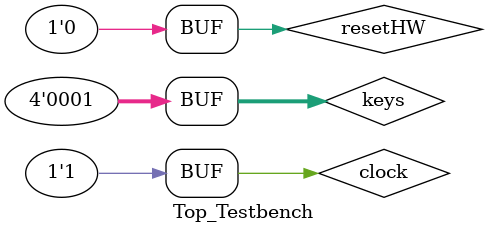
<source format=v>
`timescale  1 ns/100 ps
module Top_Testbench;

	//inputs
	reg [3:0] keys;
	reg resetHW;
	reg clock;

	//wires
	wire [6:0] seg0;
	wire [6:0] seg1;
	wire [6:0] seg2;
	wire LT24Wr_n;
	wire LT24Rd_n;
	wire LT24CS_n;
	wire LT24RS;
	wire LT24Reset_n;
	wire [15:0] LT24Data;
	wire LT24LCDOn;


	Snake_Top Snake_Top_DUT(
	.keys(keys),
	.resetHW(resetHW),
	.clock(clock),
	.seg0(seg0),
	.seg1(seg1),
	.LT24Wr_n(LT24Wr_n),
	.LT24Rd_n(LT24Rd_n),
	.LT24CS_n(LT24CS_n),
	.LT24RS(LT24RS),
	.LT24Reset_n(LT24Reset_n),
	.LT24Data(LT24Data),
	.LT24LCDOn(LT24LCDOn)
	);

	initial begin
		resetHW <= 1'b0;
		#100;
		resetHW <= 1'b1;
		#100;
		resetHW <= 1'b0;
		#100;
		keys<= 4'b0001;
	end
	
	always begin
		clock <= 1'b0;
		#10;
		clock <= 1'b1;
		#10;
	end
	

	
	
endmodule
</source>
